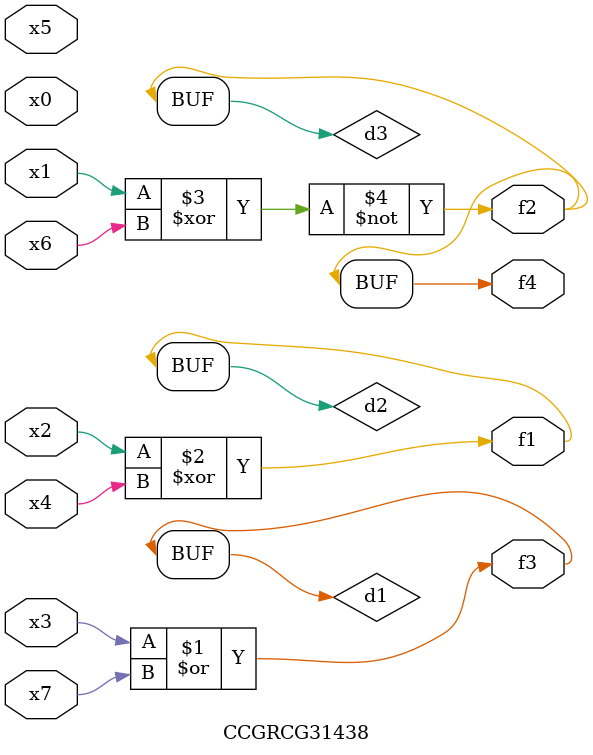
<source format=v>
module CCGRCG31438(
	input x0, x1, x2, x3, x4, x5, x6, x7,
	output f1, f2, f3, f4
);

	wire d1, d2, d3;

	or (d1, x3, x7);
	xor (d2, x2, x4);
	xnor (d3, x1, x6);
	assign f1 = d2;
	assign f2 = d3;
	assign f3 = d1;
	assign f4 = d3;
endmodule

</source>
